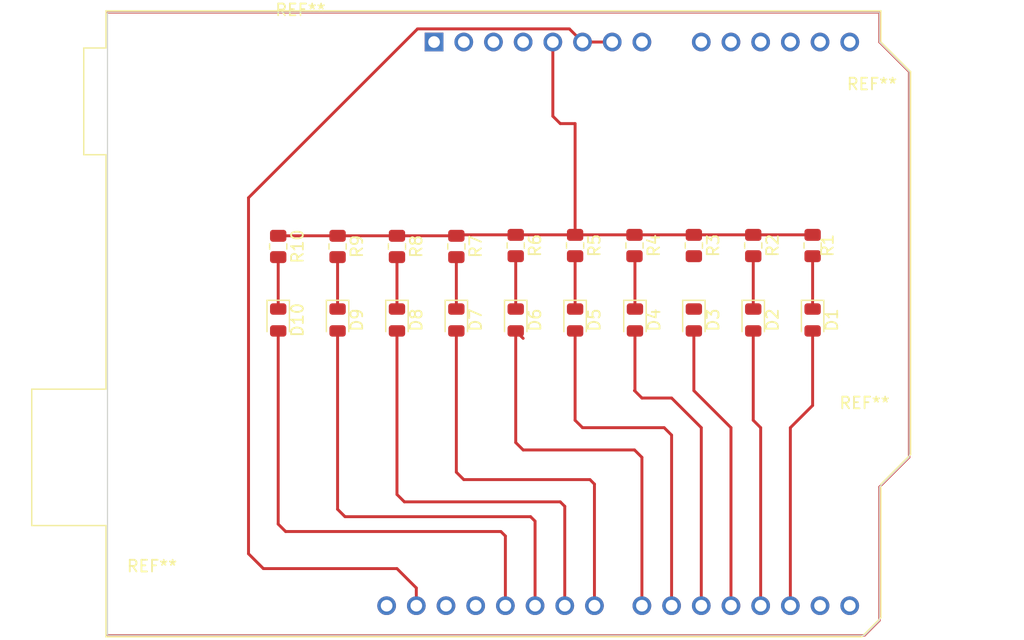
<source format=kicad_pcb>
(kicad_pcb (version 20221018) (generator pcbnew)
  (layers (0 "F.Cu" signal) (31 "B.Cu" signal) (34 "B.Paste" user) (35 "F.Paste" user) (36 "B.SilkS" user "B.Silkscreen") (37 "F.SilkS" user "F.Silkscreen") (38 "B.Mask" user) (39 "F.Mask" user) (44 "Edge.Cuts" user))
  (net 0 "")
  (net 2 "GND")
  (net 3 "Net-(A1-D2)")
  (net 4 "Net-(A1-D3)")
  (net 5 "Net-(A1-D4)")
  (net 6 "Net-(A1-D5)")
  (net 7 "Net-(A1-D6)")
  (net 8 "Net-(A1-D7)")
  (net 9 "Net-(A1-D8)")
  (net 10 "Net-(A1-D9)")
  (net 11 "Net-(A1-D10)")
  (net 12 "Net-(A1-D11)")
  (net 13 "Net-(A1-+5V)")
  (net 14 "Net-(D1-K)")
  (net 15 "Net-(D2-K)")
  (net 16 "Net-(D3-K)")
  (net 17 "Net-(D4-K)")
  (net 18 "Net-(D5-K)")
  (net 19 "Net-(D6-K)")
  (net 20 "Net-(D7-K)")
  (net 21 "Net-(D8-K)")
  (net 22 "Net-(D9-K)")
  (net 23 "Net-(D10-K)")
  (footprint "LED_SMD:LED_0805_2012Metric" (layer "F.Cu") (at 137.795 66.9775 -90)
    (fp_text reference "D3" (at 0 -1.65 90) (layer "F.SilkS"))
    (fp_text value "LED")
    (fp_line (start -1.685 -0.96) (end -1.685 0.96) (stroke (width 0.12)) (layer "F.SilkS"))
    (fp_line (start -1.685 0.96) (end 1 0.96) (stroke (width 0.12)) (layer "F.SilkS"))
    (fp_line (start 1 -0.96) (end -1.685 -0.96) (stroke (width 0.12)) (layer "F.SilkS"))
    (pad "1" smd roundrect (at -0.9375 0 270) (size 0.975 1.4) (layers "F.Cu" "F.Paste" "F.Mask") (net 16 "Net-(D3-K)"))
    (pad "2" smd roundrect (at 0.9375 0 270) (size 0.975 1.4) (layers "F.Cu" "F.Paste" "F.Mask") (net 5 "Net-(A1-D4)"))
  )
  (footprint "LED_SMD:LED_0805_2012Metric" (layer "F.Cu") (at 147.955 66.9775 -90)
    (fp_text reference "D1" (at 0 -1.65 90) (layer "F.SilkS"))
    (fp_text value "LED")
    (fp_line (start -1.685 -0.96) (end -1.685 0.96) (stroke (width 0.12)) (layer "F.SilkS"))
    (fp_line (start -1.685 0.96) (end 1 0.96) (stroke (width 0.12)) (layer "F.SilkS"))
    (fp_line (start 1 -0.96) (end -1.685 -0.96) (stroke (width 0.12)) (layer "F.SilkS"))
    (pad "1" smd roundrect (at -0.9375 0 270) (size 0.975 1.4) (layers "F.Cu" "F.Paste" "F.Mask") (net 14 "Net-(D1-K)"))
    (pad "2" smd roundrect (at 0.9375 0 270) (size 0.975 1.4) (layers "F.Cu" "F.Paste" "F.Mask") (net 3 "Net-(A1-D2)"))
  )
  (footprint "Resistor_SMD:R_0805_2012Metric" (layer "F.Cu") (at 147.955 60.6025 -90)
    (fp_text reference "R1" (at 0 -1.27 90) (layer "F.SilkS"))
    (fp_text value "247")
    (fp_line (start -0.227064 -0.735) (end 0.227064 -0.735) (stroke (width 0.12)) (layer "F.SilkS"))
    (fp_line (start -0.227064 0.735) (end 0.227064 0.735) (stroke (width 0.12)) (layer "F.SilkS"))
    (pad "1" smd roundrect (at -0.9125 0 270) (size 1.025 1.4) (layers "F.Cu" "F.Paste" "F.Mask") (roundrect_rratio 0.243902) (net 13 "Net-(A1-+5V)"))
    (pad "2" smd roundrect (at 0.9125 0 270) (size 1.025 1.4) (layers "F.Cu" "F.Paste" "F.Mask") (roundrect_rratio 0.243902) (net 14 "Net-(D1-K)"))
  )
  (footprint "Resistor_SMD:R_0805_2012Metric" (layer "F.Cu") (at 117.475 60.6825 -90)
    (fp_text reference "R7" (at 0 -1.65 90) (layer "F.SilkS"))
    (fp_text value "247")
    (fp_line (start -0.227064 -0.735) (end 0.227064 -0.735) (stroke (width 0.12)) (layer "F.SilkS"))
    (fp_line (start -0.227064 0.735) (end 0.227064 0.735) (stroke (width 0.12)) (layer "F.SilkS"))
    (pad "1" smd roundrect (at -0.9125 0 270) (size 1.025 1.4) (layers "F.Cu" "F.Paste" "F.Mask") (roundrect_rratio 0.243902) (net 13 "Net-(A1-+5V)"))
    (pad "2" smd roundrect (at 0.9125 0 270) (size 1.025 1.4) (layers "F.Cu" "F.Paste" "F.Mask") (roundrect_rratio 0.243902) (net 20 "Net-(D7-K)"))
  )
  (footprint "MountingHole:MountingHole_2.2mm_M2_ISO7380" (layer "F.Cu") (at 104.14 43.18)
    (fp_text reference "REF**" (at 0 -2.75) (layer "F.SilkS"))
    (fp_text value "MountingHole_2.2mm_M2_ISO7380")
    (pad "" np_thru_hole circle (at 0 0) (size 2.2 2.2) (drill 2.2) (layers "*.Cu" "*.Mask"))
  )
  (footprint "MountingHole:MountingHole_2.2mm_M2_ISO7380" (layer "F.Cu") (at 152.4 76.835)
    (fp_text reference "REF**" (at 0 -2.75) (layer "F.SilkS"))
    (fp_text value "MountingHole_2.2mm_M2_ISO7380")
    (pad "" np_thru_hole circle (at 0 0) (size 2.2 2.2) (drill 2.2) (layers "*.Cu" "*.Mask"))
  )
  (footprint "LED_SMD:LED_0805_2012Metric" (layer "F.Cu") (at 142.875 66.9775 -90)
    (fp_text reference "D2" (at 0 -1.65 90) (layer "F.SilkS"))
    (fp_text value "LED")
    (fp_line (start -1.685 -0.96) (end -1.685 0.96) (stroke (width 0.12)) (layer "F.SilkS"))
    (fp_line (start -1.685 0.96) (end 1 0.96) (stroke (width 0.12)) (layer "F.SilkS"))
    (fp_line (start 1 -0.96) (end -1.685 -0.96) (stroke (width 0.12)) (layer "F.SilkS"))
    (pad "1" smd roundrect (at -0.9375 0 270) (size 0.975 1.4) (layers "F.Cu" "F.Paste" "F.Mask") (net 15 "Net-(D2-K)"))
    (pad "2" smd roundrect (at 0.9375 0 270) (size 0.975 1.4) (layers "F.Cu" "F.Paste" "F.Mask") (net 4 "Net-(A1-D3)"))
  )
  (footprint "LED_SMD:LED_0805_2012Metric" (layer "F.Cu") (at 132.755 66.9775 -90)
    (fp_text reference "D4" (at 0 -1.65 90) (layer "F.SilkS"))
    (fp_text value "LED")
    (fp_line (start -1.685 -0.96) (end -1.685 0.96) (stroke (width 0.12)) (layer "F.SilkS"))
    (fp_line (start -1.685 0.96) (end 1 0.96) (stroke (width 0.12)) (layer "F.SilkS"))
    (fp_line (start 1 -0.96) (end -1.685 -0.96) (stroke (width 0.12)) (layer "F.SilkS"))
    (pad "1" smd roundrect (at -0.9375 0 270) (size 0.975 1.4) (layers "F.Cu" "F.Paste" "F.Mask") (net 17 "Net-(D4-K)"))
    (pad "2" smd roundrect (at 0.9375 0 270) (size 0.975 1.4) (layers "F.Cu" "F.Paste" "F.Mask") (net 6 "Net-(A1-D5)"))
  )
  (footprint "Resistor_SMD:R_0805_2012Metric" (layer "F.Cu") (at 102.235 60.6825 -90)
    (fp_text reference "R10" (at 0 -1.65 90) (layer "F.SilkS"))
    (fp_text value "247")
    (fp_line (start -0.227064 -0.735) (end 0.227064 -0.735) (stroke (width 0.12)) (layer "F.SilkS"))
    (fp_line (start -0.227064 0.735) (end 0.227064 0.735) (stroke (width 0.12)) (layer "F.SilkS"))
    (pad "1" smd roundrect (at -0.9125 0 270) (size 1.025 1.4) (layers "F.Cu" "F.Paste" "F.Mask") (roundrect_rratio 0.243902) (net 13 "Net-(A1-+5V)"))
    (pad "2" smd roundrect (at 0.9125 0 270) (size 1.025 1.4) (layers "F.Cu" "F.Paste" "F.Mask") (roundrect_rratio 0.243902) (net 23 "Net-(D10-K)"))
  )
  (footprint "Resistor_SMD:R_0805_2012Metric" (layer "F.Cu") (at 137.795 60.6025 -90)
    (fp_text reference "R3" (at 0 -1.65 90) (layer "F.SilkS"))
    (fp_text value "247")
    (fp_line (start -0.227064 -0.735) (end 0.227064 -0.735) (stroke (width 0.12)) (layer "F.SilkS"))
    (fp_line (start -0.227064 0.735) (end 0.227064 0.735) (stroke (width 0.12)) (layer "F.SilkS"))
    (pad "1" smd roundrect (at -0.9125 0 270) (size 1.025 1.4) (layers "F.Cu" "F.Paste" "F.Mask") (roundrect_rratio 0.243902) (net 13 "Net-(A1-+5V)"))
    (pad "2" smd roundrect (at 0.9125 0 270) (size 1.025 1.4) (layers "F.Cu" "F.Paste" "F.Mask") (roundrect_rratio 0.243902) (net 16 "Net-(D3-K)"))
  )
  (footprint "MountingHole:MountingHole_2.2mm_M2_ISO7380" (layer "F.Cu") (at 153.035 49.53)
    (fp_text reference "REF**" (at 0 -2.75) (layer "F.SilkS"))
    (fp_text value "MountingHole_2.2mm_M2_ISO7380")
    (pad "" np_thru_hole circle (at 0 0) (size 2.2 2.2) (drill 2.2) (layers "*.Cu" "*.Mask"))
  )
  (footprint "LED_SMD:LED_0805_2012Metric" (layer "F.Cu") (at 122.555 66.9775 -90)
    (fp_text reference "D6" (at 0 -1.65 90) (layer "F.SilkS"))
    (fp_text value "LED")
    (fp_line (start -1.685 -0.96) (end -1.685 0.96) (stroke (width 0.12)) (layer "F.SilkS"))
    (fp_line (start -1.685 0.96) (end 1 0.96) (stroke (width 0.12)) (layer "F.SilkS"))
    (fp_line (start 1 -0.96) (end -1.685 -0.96) (stroke (width 0.12)) (layer "F.SilkS"))
    (pad "1" smd roundrect (at -0.9375 0 270) (size 0.975 1.4) (layers "F.Cu" "F.Paste" "F.Mask") (net 19 "Net-(D6-K)"))
    (pad "2" smd roundrect (at 0.9375 0 270) (size 0.975 1.4) (layers "F.Cu" "F.Paste" "F.Mask") (net 8 "Net-(A1-D7)"))
  )
  (footprint "LED_SMD:LED_0805_2012Metric" (layer "F.Cu") (at 112.395 66.9775 -90)
    (fp_text reference "D8" (at 0 -1.65 90) (layer "F.SilkS"))
    (fp_text value "LED")
    (fp_line (start -1.685 -0.96) (end -1.685 0.96) (stroke (width 0.12)) (layer "F.SilkS"))
    (fp_line (start -1.685 0.96) (end 1 0.96) (stroke (width 0.12)) (layer "F.SilkS"))
    (fp_line (start 1 -0.96) (end -1.685 -0.96) (stroke (width 0.12)) (layer "F.SilkS"))
    (pad "1" smd roundrect (at -0.9375 0 270) (size 0.975 1.4) (layers "F.Cu" "F.Paste" "F.Mask") (net 21 "Net-(D8-K)"))
    (pad "2" smd roundrect (at 0.9375 0 270) (size 0.975 1.4) (layers "F.Cu" "F.Paste" "F.Mask") (net 10 "Net-(A1-D9)"))
  )
  (footprint "MountingHole:MountingHole_2.2mm_M2_ISO7380" (layer "F.Cu") (at 91.44 90.805)
    (fp_text reference "REF**" (at 0 -2.75) (layer "F.SilkS"))
    (fp_text value "MountingHole_2.2mm_M2_ISO7380")
    (pad "" np_thru_hole circle (at 0 0) (size 2.2 2.2) (drill 2.2) (layers "*.Cu" "*.Mask"))
  )
  (footprint "Module:Arduino_UNO_R2" (layer "F.Cu") (at 115.57 43.18)
    (fp_text reference "A1" hide)
    (fp_text value "Arduino_UNO_R2")
    (fp_line (start -34.42 29.72) (end -34.42 41.4) (stroke (width 0.12)) (layer "F.SilkS"))
    (fp_line (start -34.42 41.4) (end -28.07 41.4) (stroke (width 0.12)) (layer "F.SilkS"))
    (fp_line (start -29.97 0.51) (end -29.97 9.65) (stroke (width 0.12)) (layer "F.SilkS"))
    (fp_line (start -29.97 9.65) (end -28.07 9.65) (stroke (width 0.12)) (layer "F.SilkS"))
    (fp_line (start -28.07 -2.67) (end -28.07 0.51) (stroke (width 0.12)) (layer "F.SilkS"))
    (fp_line (start -28.07 0.51) (end -29.97 0.51) (stroke (width 0.12)) (layer "F.SilkS"))
    (fp_line (start -28.07 9.65) (end -28.07 29.72) (stroke (width 0.12)) (layer "F.SilkS"))
    (fp_line (start -28.07 29.72) (end -34.42 29.72) (stroke (width 0.12)) (layer "F.SilkS"))
    (fp_line (start -28.07 41.4) (end -28.07 50.93) (stroke (width 0.12)) (layer "F.SilkS"))
    (fp_line (start -28.07 50.93) (end 36.58 50.93) (stroke (width 0.12)) (layer "F.SilkS"))
    (fp_line (start 36.58 50.93) (end 38.23 49.28) (stroke (width 0.12)) (layer "F.SilkS"))
    (fp_line (start 38.23 -2.67) (end -28.07 -2.67) (stroke (width 0.12)) (layer "F.SilkS"))
    (fp_line (start 38.23 0) (end 38.23 -2.67) (stroke (width 0.12)) (layer "F.SilkS"))
    (fp_line (start 38.23 37.85) (end 40.77 35.31) (stroke (width 0.12)) (layer "F.SilkS"))
    (fp_line (start 38.23 49.28) (end 38.23 37.85) (stroke (width 0.12)) (layer "F.SilkS"))
    (fp_line (start 40.77 2.54) (end 38.23 0) (stroke (width 0.12)) (layer "F.SilkS"))
    (fp_line (start 40.77 35.31) (end 40.77 2.54) (stroke (width 0.12)) (layer "F.SilkS"))
    (pad "1" thru_hole rect (at 0 0 90) (size 1.6 1.6) (drill 1) (layers "*.Cu" "*.Mask"))
    (pad "2" thru_hole oval (at 2.54 0 90) (size 1.6 1.6) (drill 1) (layers "*.Cu" "*.Mask"))
    (pad "3" thru_hole oval (at 5.08 0 90) (size 1.6 1.6) (drill 1) (layers "*.Cu" "*.Mask"))
    (pad "4" thru_hole oval (at 7.62 0 90) (size 1.6 1.6) (drill 1) (layers "*.Cu" "*.Mask"))
    (pad "5" thru_hole oval (at 10.16 0 90) (size 1.6 1.6) (drill 1) (layers "*.Cu" "*.Mask") (net 13 "Net-(A1-+5V)"))
    (pad "6" thru_hole oval (at 12.7 0 90) (size 1.6 1.6) (drill 1) (layers "*.Cu" "*.Mask") (net 2 "GND"))
    (pad "7" thru_hole oval (at 15.24 0 90) (size 1.6 1.6) (drill 1) (layers "*.Cu" "*.Mask") (net 2 "GND"))
    (pad "8" thru_hole oval (at 17.78 0 90) (size 1.6 1.6) (drill 1) (layers "*.Cu" "*.Mask"))
    (pad "9" thru_hole oval (at 22.86 0 90) (size 1.6 1.6) (drill 1) (layers "*.Cu" "*.Mask"))
    (pad "10" thru_hole oval (at 25.4 0 90) (size 1.6 1.6) (drill 1) (layers "*.Cu" "*.Mask"))
    (pad "11" thru_hole oval (at 27.94 0 90) (size 1.6 1.6) (drill 1) (layers "*.Cu" "*.Mask"))
    (pad "12" thru_hole oval (at 30.48 0 90) (size 1.6 1.6) (drill 1) (layers "*.Cu" "*.Mask"))
    (pad "13" thru_hole oval (at 33.02 0 90) (size 1.6 1.6) (drill 1) (layers "*.Cu" "*.Mask"))
    (pad "14" thru_hole oval (at 35.56 0 90) (size 1.6 1.6) (drill 1) (layers "*.Cu" "*.Mask"))
    (pad "15" thru_hole oval (at 35.56 48.26 90) (size 1.6 1.6) (drill 1) (layers "*.Cu" "*.Mask"))
    (pad "16" thru_hole oval (at 33.02 48.26 90) (size 1.6 1.6) (drill 1) (layers "*.Cu" "*.Mask"))
    (pad "17" thru_hole oval (at 30.48 48.26 90) (size 1.6 1.6) (drill 1) (layers "*.Cu" "*.Mask") (net 3 "Net-(A1-D2)"))
    (pad "18" thru_hole oval (at 27.94 48.26 90) (size 1.6 1.6) (drill 1) (layers "*.Cu" "*.Mask") (net 4 "Net-(A1-D3)"))
    (pad "19" thru_hole oval (at 25.4 48.26 90) (size 1.6 1.6) (drill 1) (layers "*.Cu" "*.Mask") (net 5 "Net-(A1-D4)"))
    (pad "20" thru_hole oval (at 22.86 48.26 90) (size 1.6 1.6) (drill 1) (layers "*.Cu" "*.Mask") (net 6 "Net-(A1-D5)"))
    (pad "21" thru_hole oval (at 20.32 48.26 90) (size 1.6 1.6) (drill 1) (layers "*.Cu" "*.Mask") (net 7 "Net-(A1-D6)"))
    (pad "22" thru_hole oval (at 17.78 48.26 90) (size 1.6 1.6) (drill 1) (layers "*.Cu" "*.Mask") (net 8 "Net-(A1-D7)"))
    (pad "23" thru_hole oval (at 13.72 48.26 90) (size 1.6 1.6) (drill 1) (layers "*.Cu" "*.Mask") (net 9 "Net-(A1-D8)"))
    (pad "24" thru_hole oval (at 11.18 48.26 90) (size 1.6 1.6) (drill 1) (layers "*.Cu" "*.Mask") (net 10 "Net-(A1-D9)"))
    (pad "25" thru_hole oval (at 8.64 48.26 90) (size 1.6 1.6) (drill 1) (layers "*.Cu" "*.Mask") (net 11 "Net-(A1-D10)"))
    (pad "26" thru_hole oval (at 6.1 48.26 90) (size 1.6 1.6) (drill 1) (layers "*.Cu" "*.Mask") (net 12 "Net-(A1-D11)"))
    (pad "27" thru_hole oval (at 3.56 48.26 90) (size 1.6 1.6) (drill 1) (layers "*.Cu" "*.Mask"))
    (pad "28" thru_hole oval (at 1.02 48.26 90) (size 1.6 1.6) (drill 1) (layers "*.Cu" "*.Mask"))
    (pad "29" thru_hole oval (at -1.52 48.26 90) (size 1.6 1.6) (drill 1) (layers "*.Cu" "*.Mask") (net 2 "GND"))
    (pad "30" thru_hole oval (at -4.06 48.26 90) (size 1.6 1.6) (drill 1) (layers "*.Cu" "*.Mask"))
  )
  (footprint "Resistor_SMD:R_0805_2012Metric" (layer "F.Cu") (at 132.715 60.6025 -90)
    (fp_text reference "R4" (at 0 -1.65 90) (layer "F.SilkS"))
    (fp_text value "247")
    (fp_line (start -0.227064 -0.735) (end 0.227064 -0.735) (stroke (width 0.12)) (layer "F.SilkS"))
    (fp_line (start -0.227064 0.735) (end 0.227064 0.735) (stroke (width 0.12)) (layer "F.SilkS"))
    (pad "1" smd roundrect (at -0.9125 0 270) (size 1.025 1.4) (layers "F.Cu" "F.Paste" "F.Mask") (roundrect_rratio 0.243902) (net 13 "Net-(A1-+5V)"))
    (pad "2" smd roundrect (at 0.9125 0 270) (size 1.025 1.4) (layers "F.Cu" "F.Paste" "F.Mask") (roundrect_rratio 0.243902) (net 17 "Net-(D4-K)"))
  )
  (footprint "LED_SMD:LED_0805_2012Metric" (layer "F.Cu") (at 102.235 66.9775 -90)
    (fp_text reference "D10" (at 0 -1.65 90) (layer "F.SilkS"))
    (fp_text value "LED")
    (fp_line (start -1.685 -0.96) (end -1.685 0.96) (stroke (width 0.12)) (layer "F.SilkS"))
    (fp_line (start -1.685 0.96) (end 1 0.96) (stroke (width 0.12)) (layer "F.SilkS"))
    (fp_line (start 1 -0.96) (end -1.685 -0.96) (stroke (width 0.12)) (layer "F.SilkS"))
    (pad "1" smd roundrect (at -0.9375 0 270) (size 0.975 1.4) (layers "F.Cu" "F.Paste" "F.Mask") (net 23 "Net-(D10-K)"))
    (pad "2" smd roundrect (at 0.9375 0 270) (size 0.975 1.4) (layers "F.Cu" "F.Paste" "F.Mask") (net 12 "Net-(A1-D11)"))
  )
  (footprint "Resistor_SMD:R_0805_2012Metric" (layer "F.Cu") (at 122.555 60.6025 -90)
    (fp_text reference "R6" (at 0 -1.65 90) (layer "F.SilkS"))
    (fp_text value "247")
    (fp_line (start -0.227064 -0.735) (end 0.227064 -0.735) (stroke (width 0.12)) (layer "F.SilkS"))
    (fp_line (start -0.227064 0.735) (end 0.227064 0.735) (stroke (width 0.12)) (layer "F.SilkS"))
    (pad "1" smd roundrect (at -0.9125 0 270) (size 1.025 1.4) (layers "F.Cu" "F.Paste" "F.Mask") (roundrect_rratio 0.243902) (net 13 "Net-(A1-+5V)"))
    (pad "2" smd roundrect (at 0.9125 0 270) (size 1.025 1.4) (layers "F.Cu" "F.Paste" "F.Mask") (roundrect_rratio 0.243902) (net 19 "Net-(D6-K)"))
  )
  (footprint "Resistor_SMD:R_0805_2012Metric" (layer "F.Cu") (at 112.395 60.6825 -90)
    (fp_text reference "R8" (at 0 -1.65 90) (layer "F.SilkS"))
    (fp_text value "247")
    (fp_line (start -0.227064 -0.735) (end 0.227064 -0.735) (stroke (width 0.12)) (layer "F.SilkS"))
    (fp_line (start -0.227064 0.735) (end 0.227064 0.735) (stroke (width 0.12)) (layer "F.SilkS"))
    (pad "1" smd roundrect (at -0.9125 0 270) (size 1.025 1.4) (layers "F.Cu" "F.Paste" "F.Mask") (roundrect_rratio 0.243902) (net 13 "Net-(A1-+5V)"))
    (pad "2" smd roundrect (at 0.9125 0 270) (size 1.025 1.4) (layers "F.Cu" "F.Paste" "F.Mask") (roundrect_rratio 0.243902) (net 21 "Net-(D8-K)"))
  )
  (footprint "LED_SMD:LED_0805_2012Metric" (layer "F.Cu") (at 117.475 66.9775 -90)
    (fp_text reference "D7" (at 0 -1.65 90) (layer "F.SilkS"))
    (fp_text value "LED")
    (fp_line (start -1.685 -0.96) (end -1.685 0.96) (stroke (width 0.12)) (layer "F.SilkS"))
    (fp_line (start -1.685 0.96) (end 1 0.96) (stroke (width 0.12)) (layer "F.SilkS"))
    (fp_line (start 1 -0.96) (end -1.685 -0.96) (stroke (width 0.12)) (layer "F.SilkS"))
    (pad "1" smd roundrect (at -0.9375 0 270) (size 0.975 1.4) (layers "F.Cu" "F.Paste" "F.Mask") (net 20 "Net-(D7-K)"))
    (pad "2" smd roundrect (at 0.9375 0 270) (size 0.975 1.4) (layers "F.Cu" "F.Paste" "F.Mask") (net 9 "Net-(A1-D8)"))
  )
  (footprint "Resistor_SMD:R_0805_2012Metric" (layer "F.Cu") (at 107.315 60.6825 -90)
    (fp_text reference "R9" (at 0 -1.65 90) (layer "F.SilkS"))
    (fp_text value "247")
    (fp_line (start -0.227064 -0.735) (end 0.227064 -0.735) (stroke (width 0.12)) (layer "F.SilkS"))
    (fp_line (start -0.227064 0.735) (end 0.227064 0.735) (stroke (width 0.12)) (layer "F.SilkS"))
    (pad "1" smd roundrect (at -0.9125 0 270) (size 1.025 1.4) (layers "F.Cu" "F.Paste" "F.Mask") (roundrect_rratio 0.243902) (net 13 "Net-(A1-+5V)"))
    (pad "2" smd roundrect (at 0.9125 0 270) (size 1.025 1.4) (layers "F.Cu" "F.Paste" "F.Mask") (roundrect_rratio 0.243902) (net 22 "Net-(D9-K)"))
  )
  (footprint "LED_SMD:LED_0805_2012Metric" (layer "F.Cu") (at 127.635 66.9775 -90)
    (fp_text reference "D5" (at 0 -1.65 90) (layer "F.SilkS"))
    (fp_text value "LED")
    (fp_line (start -1.685 -0.96) (end -1.685 0.96) (stroke (width 0.12)) (layer "F.SilkS"))
    (fp_line (start -1.685 0.96) (end 1 0.96) (stroke (width 0.12)) (layer "F.SilkS"))
    (fp_line (start 1 -0.96) (end -1.685 -0.96) (stroke (width 0.12)) (layer "F.SilkS"))
    (pad "1" smd roundrect (at -0.9375 0 270) (size 0.975 1.4) (layers "F.Cu" "F.Paste" "F.Mask") (net 18 "Net-(D5-K)"))
    (pad "2" smd roundrect (at 0.9375 0 270) (size 0.975 1.4) (layers "F.Cu" "F.Paste" "F.Mask") (net 7 "Net-(A1-D6)"))
  )
  (footprint "LED_SMD:LED_0805_2012Metric" (layer "F.Cu") (at 107.315 66.9775 -90)
    (fp_text reference "D9" (at 0 -1.65 90) (layer "F.SilkS"))
    (fp_text value "LED")
    (fp_line (start -1.685 -0.96) (end -1.685 0.96) (stroke (width 0.12)) (layer "F.SilkS"))
    (fp_line (start -1.685 0.96) (end 1 0.96) (stroke (width 0.12)) (layer "F.SilkS"))
    (fp_line (start 1 -0.96) (end -1.685 -0.96) (stroke (width 0.12)) (layer "F.SilkS"))
    (pad "1" smd roundrect (at -0.9375 0 270) (size 0.975 1.4) (layers "F.Cu" "F.Paste" "F.Mask") (net 22 "Net-(D9-K)"))
    (pad "2" smd roundrect (at 0.9375 0 270) (size 0.975 1.4) (layers "F.Cu" "F.Paste" "F.Mask") (net 11 "Net-(A1-D10)"))
  )
  (footprint "Resistor_SMD:R_0805_2012Metric" (layer "F.Cu") (at 142.875 60.6025 -90)
    (fp_text reference "R2" (at 0 -1.65 90) (layer "F.SilkS"))
    (fp_text value "247")
    (fp_line (start -0.227064 -0.735) (end 0.227064 -0.735) (stroke (width 0.12)) (layer "F.SilkS"))
    (fp_line (start -0.227064 0.735) (end 0.227064 0.735) (stroke (width 0.12)) (layer "F.SilkS"))
    (pad "1" smd roundrect (at -0.9125 0 270) (size 1.025 1.4) (layers "F.Cu" "F.Paste" "F.Mask") (roundrect_rratio 0.243902) (net 13 "Net-(A1-+5V)"))
    (pad "2" smd roundrect (at 0.9125 0 270) (size 1.025 1.4) (layers "F.Cu" "F.Paste" "F.Mask") (roundrect_rratio 0.243902) (net 15 "Net-(D2-K)"))
  )
  (footprint "Resistor_SMD:R_0805_2012Metric" (layer "F.Cu") (at 127.635 60.6025 -90)
    (fp_text reference "R5" (at 0 -1.65 90) (layer "F.SilkS"))
    (fp_text value "247")
    (fp_line (start -0.227064 -0.735) (end 0.227064 -0.735) (stroke (width 0.12)) (layer "F.SilkS"))
    (fp_line (start -0.227064 0.735) (end 0.227064 0.735) (stroke (width 0.12)) (layer "F.SilkS"))
    (pad "1" smd roundrect (at -0.9125 0 270) (size 1.025 1.4) (layers "F.Cu" "F.Paste" "F.Mask") (roundrect_rratio 0.243902) (net 13 "Net-(A1-+5V)"))
    (pad "2" smd roundrect (at 0.9125 0 270) (size 1.025 1.4) (layers "F.Cu" "F.Paste" "F.Mask") (roundrect_rratio 0.243902) (net 18 "Net-(D5-K)"))
  )
  (gr_line (start 156.21 78.74) (end 153.67 81.28) (stroke (width 0.2)) (layer "F.Cu"))
  (gr_line (start 153.67 81.28) (end 153.67 92.71) (stroke (width 0.2)) (layer "F.Cu"))
  (gr_line (start 152.4 93.98) (end 87.63 93.98) (stroke (width 0.2)) (layer "F.Cu"))
  (gr_line (start 153.67 40.64) (end 153.67 43.18) (stroke (width 0.2)) (layer "F.Cu"))
  (gr_line (start 156.21 45.72) (end 156.21 78.74) (stroke (width 0.2)) (layer "F.Cu"))
  (gr_line (start 153.67 43.18) (end 156.21 45.72) (stroke (width 0.2)) (layer "F.Cu"))
  (gr_line (start 87.63 40.64) (end 153.67 40.64) (stroke (width 0.2)) (layer "F.Cu"))
  (gr_line (start 153.67 92.71) (end 152.4 93.98) (stroke (width 0.2)) (layer "F.Cu"))
  (gr_line (start 156.21 78.74) (end 153.67 81.28) (stroke (width 0.1)) (layer "Edge.Cuts"))
  (gr_line (start 87.63 40.64) (end 153.67 40.64) (stroke (width 0.1)) (layer "Edge.Cuts"))
  (gr_line (start 87.63 93.98) (end 87.63 40.64) (stroke (width 0.1)) (layer "Edge.Cuts"))
  (gr_line (start 152.4 93.98) (end 87.63 93.98) (stroke (width 0.1)) (layer "Edge.Cuts"))
  (gr_line (start 153.67 40.64) (end 153.67 43.18) (stroke (width 0.1)) (layer "Edge.Cuts"))
  (gr_line (start 156.21 45.72) (end 156.21 78.74) (stroke (width 0.1)) (layer "Edge.Cuts"))
  (gr_line (start 153.67 92.71) (end 152.4 93.98) (stroke (width 0.1)) (layer "Edge.Cuts"))
  (gr_line (start 153.67 43.18) (end 156.21 45.72) (stroke (width 0.1)) (layer "Edge.Cuts"))
  (gr_line (start 153.67 81.28) (end 153.67 92.71) (stroke (width 0.1)) (layer "Edge.Cuts"))
  (segment (start 112.395 88.265) (end 114.05 89.92) (width 0.25) (layer "F.Cu") (net 2))
  (segment (start 100.965 88.265) (end 112.395 88.265) (width 0.25) (layer "F.Cu") (net 2))
  (segment (start 128.27 43.18) (end 127.145 42.055) (width 0.25) (layer "F.Cu") (net 2))
  (segment (start 99.695 86.995) (end 100.965 88.265) (width 0.25) (layer "F.Cu") (net 2))
  (segment (start 128.27 43.18) (end 130.81 43.18) (width 0.25) (layer "F.Cu") (net 2))
  (segment (start 99.695 56.515) (end 99.695 86.995) (width 0.25) (layer "F.Cu") (net 2))
  (segment (start 127.145 42.055) (end 114.155 42.055) (width 0.25) (layer "F.Cu") (net 2))
  (segment (start 114.155 42.055) (end 99.695 56.515) (width 0.25) (layer "F.Cu") (net 2))
  (segment (start 114.05 89.92) (end 114.05 91.44) (width 0.25) (layer "F.Cu") (net 2))
  (segment (start 146.05 91.44) (end 146.05 76.2) (width 0.25) (layer "F.Cu") (net 3))
  (segment (start 147.955 74.295) (end 147.955 67.915) (width 0.25) (layer "F.Cu") (net 3))
  (segment (start 146.05 76.2) (end 147.955 74.295) (width 0.25) (layer "F.Cu") (net 3))
  (segment (start 143.51 76.2) (end 142.875 75.565) (width 0.25) (layer "F.Cu") (net 4))
  (segment (start 143.51 91.44) (end 143.51 76.2) (width 0.25) (layer "F.Cu") (net 4))
  (segment (start 142.875 75.565) (end 142.875 67.915) (width 0.25) (layer "F.Cu") (net 4))
  (segment (start 137.795 73.025) (end 137.795 67.915) (width 0.25) (layer "F.Cu") (net 5))
  (segment (start 140.97 91.44) (end 140.97 76.2) (width 0.25) (layer "F.Cu") (net 5))
  (segment (start 140.97 76.2) (end 137.795 73.025) (width 0.25) (layer "F.Cu") (net 5))
  (segment (start 138.43 76.2) (end 135.89 73.66) (width 0.25) (layer "F.Cu") (net 6))
  (segment (start 138.43 91.44) (end 138.43 76.2) (width 0.25) (layer "F.Cu") (net 6))
  (segment (start 133.35 73.66) (end 132.715 73.025) (width 0.25) (layer "F.Cu") (net 6))
  (segment (start 132.715 73.025) (end 132.755 72.985) (width 0.25) (layer "F.Cu") (net 6))
  (segment (start 135.89 73.66) (end 133.35 73.66) (width 0.25) (layer "F.Cu") (net 6))
  (segment (start 132.755 72.985) (end 132.755 67.915) (width 0.25) (layer "F.Cu") (net 6))
  (segment (start 127.635 75.565) (end 128.27 76.2) (width 0.25) (layer "F.Cu") (net 7))
  (segment (start 127.635 67.915) (end 127.635 75.565) (width 0.25) (layer "F.Cu") (net 7))
  (segment (start 128.27 76.2) (end 135.255 76.2) (width 0.25) (layer "F.Cu") (net 7))
  (segment (start 135.255 76.2) (end 135.89 76.835) (width 0.25) (layer "F.Cu") (net 7))
  (segment (start 135.89 76.835) (end 135.89 91.44) (width 0.25) (layer "F.Cu") (net 7))
  (segment (start 132.715 78.105) (end 123.19 78.105) (width 0.25) (layer "F.Cu") (net 8))
  (segment (start 133.35 78.74) (end 132.715 78.105) (width 0.25) (layer "F.Cu") (net 8))
  (segment (start 123.19 78.105) (end 122.555 77.47) (width 0.25) (layer "F.Cu") (net 8))
  (segment (start 133.35 91.44) (end 133.35 78.74) (width 0.25) (layer "F.Cu") (net 8))
  (segment (start 123.19 68.55) (end 122.555 67.915) (width 0.25) (layer "F.Cu") (net 8))
  (segment (start 122.555 77.47) (end 122.555 67.915) (width 0.25) (layer "F.Cu") (net 8))
  (segment (start 118.11 80.645) (end 117.475 80.01) (width 0.25) (layer "F.Cu") (net 9))
  (segment (start 117.475 80.01) (end 117.475 67.915) (width 0.25) (layer "F.Cu") (net 9))
  (segment (start 129.29 91.44) (end 129.29 81.03) (width 0.25) (layer "F.Cu") (net 9))
  (segment (start 129.29 81.03) (end 128.905 80.645) (width 0.25) (layer "F.Cu") (net 9))
  (segment (start 128.905 80.645) (end 118.11 80.645) (width 0.25) (layer "F.Cu") (net 9))
  (segment (start 126.75 82.935) (end 126.365 82.55) (width 0.25) (layer "F.Cu") (net 10))
  (segment (start 112.395 81.915) (end 112.395 67.915) (width 0.25) (layer "F.Cu") (net 10))
  (segment (start 126.75 91.44) (end 126.75 82.935) (width 0.25) (layer "F.Cu") (net 10))
  (segment (start 113.03 82.55) (end 112.395 81.915) (width 0.25) (layer "F.Cu") (net 10))
  (segment (start 126.365 82.55) (end 113.03 82.55) (width 0.25) (layer "F.Cu") (net 10))
  (segment (start 124.21 84.205) (end 123.825 83.82) (width 0.25) (layer "F.Cu") (net 11))
  (segment (start 124.21 91.44) (end 124.21 84.205) (width 0.25) (layer "F.Cu") (net 11))
  (segment (start 107.95 83.82) (end 107.315 83.185) (width 0.25) (layer "F.Cu") (net 11))
  (segment (start 107.315 83.185) (end 107.315 67.915) (width 0.25) (layer "F.Cu") (net 11))
  (segment (start 123.825 83.82) (end 107.95 83.82) (width 0.25) (layer "F.Cu") (net 11))
  (segment (start 121.67 91.44) (end 121.67 85.475) (width 0.25) (layer "F.Cu") (net 12))
  (segment (start 121.67 85.475) (end 121.285 85.09) (width 0.25) (layer "F.Cu") (net 12))
  (segment (start 102.87 85.09) (end 102.235 84.455) (width 0.25) (layer "F.Cu") (net 12))
  (segment (start 102.235 84.455) (end 102.235 67.915) (width 0.25) (layer "F.Cu") (net 12))
  (segment (start 121.285 85.09) (end 102.87 85.09) (width 0.25) (layer "F.Cu") (net 12))
  (segment (start 132.715 59.69) (end 137.795 59.69) (width 0.25) (layer "F.Cu") (net 13))
  (segment (start 142.875 59.69) (end 147.955 59.69) (width 0.25) (layer "F.Cu") (net 13))
  (segment (start 127.635 50.165) (end 126.365 50.165) (width 0.25) (layer "F.Cu") (net 13))
  (segment (start 112.395 59.77) (end 107.315 59.77) (width 0.25) (layer "F.Cu") (net 13))
  (segment (start 117.555 59.69) (end 117.475 59.77) (width 0.25) (layer "F.Cu") (net 13))
  (segment (start 127.635 59.69) (end 127.635 50.165) (width 0.25) (layer "F.Cu") (net 13))
  (segment (start 137.795 59.69) (end 142.875 59.69) (width 0.25) (layer "F.Cu") (net 13))
  (segment (start 117.475 59.77) (end 112.395 59.77) (width 0.25) (layer "F.Cu") (net 13))
  (segment (start 122.555 59.69) (end 117.555 59.69) (width 0.25) (layer "F.Cu") (net 13))
  (segment (start 125.73 49.53) (end 125.73 43.18) (width 0.25) (layer "F.Cu") (net 13))
  (segment (start 126.365 50.165) (end 125.73 49.53) (width 0.25) (layer "F.Cu") (net 13))
  (segment (start 127.635 59.69) (end 122.555 59.69) (width 0.25) (layer "F.Cu") (net 13))
  (segment (start 107.315 59.77) (end 102.235 59.77) (width 0.25) (layer "F.Cu") (net 13))
  (segment (start 127.635 59.69) (end 132.715 59.69) (width 0.25) (layer "F.Cu") (net 13))
  (segment (start 147.955 66.04) (end 147.955 61.515) (width 0.25) (layer "F.Cu") (net 14))
  (segment (start 142.875 66.04) (end 142.875 61.515) (width 0.25) (layer "F.Cu") (net 15))
  (segment (start 132.755 66.04) (end 132.755 61.555) (width 0.25) (layer "F.Cu") (net 17))
  (segment (start 132.755 61.555) (end 132.715 61.515) (width 0.25) (layer "F.Cu") (net 17))
  (segment (start 127.635 66.04) (end 127.635 61.515) (width 0.25) (layer "F.Cu") (net 18))
  (segment (start 122.555 66.04) (end 122.555 61.515) (width 0.25) (layer "F.Cu") (net 19))
  (segment (start 117.475 66.04) (end 117.475 61.595) (width 0.25) (layer "F.Cu") (net 20))
  (segment (start 112.395 66.04) (end 112.395 61.595) (width 0.25) (layer "F.Cu") (net 21))
  (segment (start 107.315 66.04) (end 107.315 61.595) (width 0.25) (layer "F.Cu") (net 22))
  (segment (start 102.235 66.04) (end 102.235 61.595) (width 0.25) (layer "F.Cu") (net 23))
)
</source>
